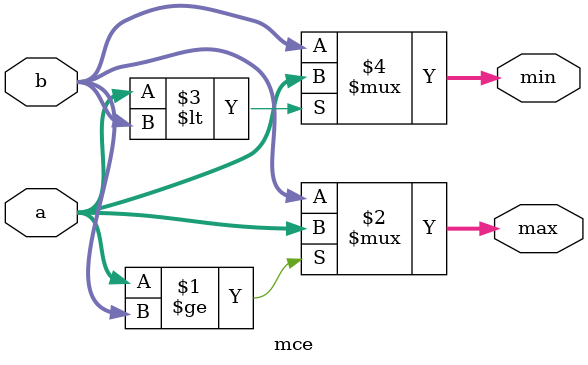
<source format=sv>
module mce(a, b, max, min);
    input logic [7:0] a;
    input logic [7:0] b;

    output logic [7:0] max;
    output logic [7:0] min;

    assign max = (a>=b)? a:b;
    assign min = (a<b)? a:b;

endmodule:mce

</source>
